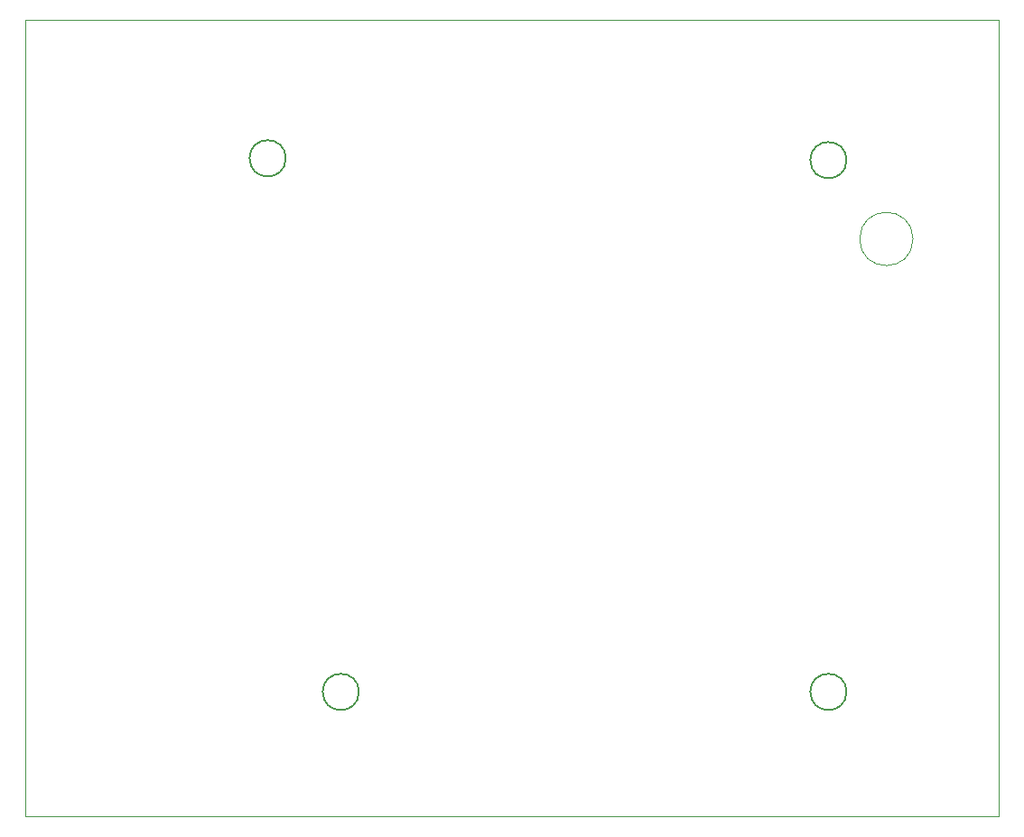
<source format=gbr>
%TF.GenerationSoftware,KiCad,Pcbnew,7.0.6*%
%TF.CreationDate,2023-09-19T12:35:55+08:00*%
%TF.ProjectId,Control Panel Motherboard,436f6e74-726f-46c2-9050-616e656c204d,0*%
%TF.SameCoordinates,Original*%
%TF.FileFunction,Profile,NP*%
%FSLAX46Y46*%
G04 Gerber Fmt 4.6, Leading zero omitted, Abs format (unit mm)*
G04 Created by KiCad (PCBNEW 7.0.6) date 2023-09-19 12:35:55*
%MOMM*%
%LPD*%
G01*
G04 APERTURE LIST*
%TA.AperFunction,Profile*%
%ADD10C,0.150000*%
%TD*%
%TA.AperFunction,Profile*%
%ADD11C,0.100000*%
%TD*%
G04 APERTURE END LIST*
D10*
X30656000Y-61214000D02*
G75*
G03*
X30656000Y-61214000I-1700000J0D01*
G01*
D11*
X82609600Y-18737600D02*
G75*
G03*
X82609600Y-18737600I-2500000J0D01*
G01*
D10*
X76376000Y-11352000D02*
G75*
G03*
X76376000Y-11352000I-1700000J0D01*
G01*
X23798000Y-11176000D02*
G75*
G03*
X23798000Y-11176000I-1700000J0D01*
G01*
X76376000Y-61214000D02*
G75*
G03*
X76376000Y-61214000I-1700000J0D01*
G01*
D11*
X-660400Y1778000D02*
X90678000Y1778000D01*
X90678000Y-72898000D01*
X-660400Y-72898000D01*
X-660400Y1778000D01*
M02*

</source>
